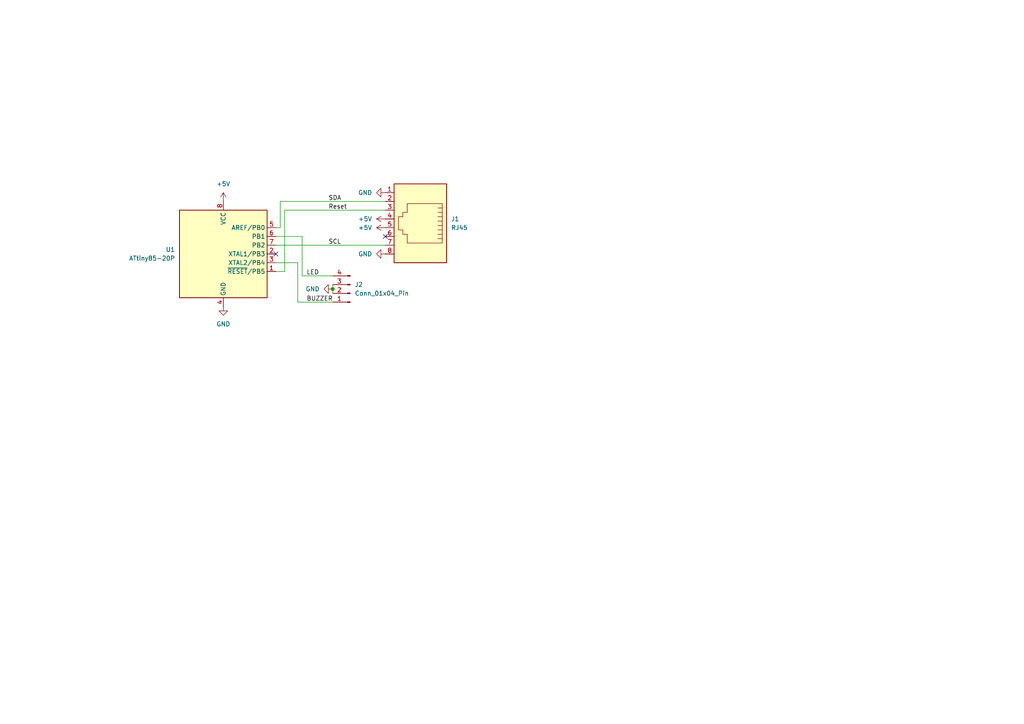
<source format=kicad_sch>
(kicad_sch (version 20231120) (generator "eeschema") (generator_version "8.0")
  (paper "A4")
  (title_block (title "Laser-Parkour Buzzer") (date "2024-08-24") (rev "01") (company "Manuel König HHN HTWG x42.space"))
  (lib_symbols
    (symbol "Connector:Conn_01x04_Pin" (pin_names (offset 1.016) hide)
      (property "Reference" "J" (at 0 5.08 0))
      (property "Value" "Conn_01x04_Pin" (at 0 -7.62 0))
      (symbol "Conn_01x04_Pin_1_1"
        (polyline (pts (xy 1.27 -5.08) (xy 0.8636 -5.08)) (stroke (width 0.1524)))
        (polyline (pts (xy 1.27 -2.54) (xy 0.8636 -2.54)) (stroke (width 0.1524)))
        (polyline (pts (xy 1.27 0) (xy 0.8636 0)) (stroke (width 0.1524)))
        (polyline (pts (xy 1.27 2.54) (xy 0.8636 2.54)) (stroke (width 0.1524)))
        (rectangle (start 0.8636 -4.953) (end 0 -5.207) (stroke (width 0.1524)) (fill (type outline)))
        (rectangle (start 0.8636 -2.413) (end 0 -2.667) (stroke (width 0.1524)) (fill (type outline)))
        (rectangle (start 0.8636 0.127) (end 0 -0.127) (stroke (width 0.1524)) (fill (type outline)))
        (rectangle (start 0.8636 2.667) (end 0 2.413) (stroke (width 0.1524)) (fill (type outline)))
        (pin passive line (at 5.08 2.54 180) (length 3.81) (name "Pin_1") (number "1"))
        (pin passive line (at 5.08 0 180) (length 3.81) (name "Pin_2") (number "2"))
        (pin passive line (at 5.08 -2.54 180) (length 3.81) (name "Pin_3") (number "3"))
        (pin passive line (at 5.08 -5.08 180) (length 3.81) (name "Pin_4") (number "4"))
      )
    )
    (symbol "Connector:RJ45" (pin_names (offset 1.016))
      (property "Reference" "J" (at -5.08 13.97 0))
      (property "Value" "RJ45" (at 2.54 13.97 0))
      (symbol "RJ45_0_1"
        (polyline (pts (xy -5.08 4.445) (xy -6.35 4.445)))
        (polyline (pts (xy -5.08 5.715) (xy -6.35 5.715)))
        (polyline (pts (xy -6.35 -3.175) (xy -5.08 -3.175) (xy -5.08 -3.175)))
        (polyline (pts (xy -6.35 -1.905) (xy -5.08 -1.905) (xy -5.08 -1.905)))
        (polyline (pts (xy -6.35 -0.635) (xy -5.08 -0.635) (xy -5.08 -0.635)))
        (polyline (pts (xy -6.35 0.635) (xy -5.08 0.635) (xy -5.08 0.635)))
        (polyline (pts (xy -6.35 1.905) (xy -5.08 1.905) (xy -5.08 1.905)))
        (polyline (pts (xy -5.08 3.175) (xy -6.35 3.175) (xy -6.35 3.175)))
        (polyline (pts (xy -6.35 -4.445) (xy -6.35 6.985) (xy 3.81 6.985) (xy 3.81 4.445) (xy 5.08 4.445) (xy 5.08 3.175) (xy 6.35 3.175) (xy 6.35 -0.635) (xy 5.08 -0.635) (xy 5.08 -1.905) (xy 3.81 -1.905) (xy 3.81 -4.445) (xy -6.35 -4.445) (xy -6.35 -4.445)))
        (rectangle (start 7.62 12.7) (end -7.62 -10.16) (stroke (width 0.254)) (fill (type background)))
      )
      (symbol "RJ45_1_1"
        (pin passive line (at 10.16 -7.62 180) (length 2.54) (name "~") (number "1"))
        (pin passive line (at 10.16 -5.08 180) (length 2.54) (name "~") (number "2"))
        (pin passive line (at 10.16 -2.54 180) (length 2.54) (name "~") (number "3"))
        (pin passive line (at 10.16 0 180) (length 2.54) (name "~") (number "4"))
        (pin passive line (at 10.16 2.54 180) (length 2.54) (name "~") (number "5"))
        (pin passive line (at 10.16 5.08 180) (length 2.54) (name "~") (number "6"))
        (pin passive line (at 10.16 7.62 180) (length 2.54) (name "~") (number "7"))
        (pin passive line (at 10.16 10.16 180) (length 2.54) (name "~") (number "8"))
      )
    )
    (symbol "MCU_Microchip_ATtiny:ATtiny85-20P"
      (property "Reference" "U" (at -12.7 13.97 0))
      (property "Value" "ATtiny85-20P" (at 2.54 -13.97 0))
      (symbol "ATtiny85-20P_0_1"
        (rectangle (start -12.7 -12.7) (end 12.7 12.7) (stroke (width 0.254)) (fill (type background)))
      )
      (symbol "ATtiny85-20P_1_1"
        (pin bidirectional line (at 15.24 -5.08 180) (length 2.54) (name "~{RESET}/PB5") (number "1"))
        (pin bidirectional line (at 15.24 0 180) (length 2.54) (name "XTAL1/PB3") (number "2"))
        (pin bidirectional line (at 15.24 -2.54 180) (length 2.54) (name "XTAL2/PB4") (number "3"))
        (pin power_in line (at 0 -15.24 90) (length 2.54) (name "GND") (number "4"))
        (pin bidirectional line (at 15.24 7.62 180) (length 2.54) (name "AREF/PB0") (number "5"))
        (pin bidirectional line (at 15.24 5.08 180) (length 2.54) (name "PB1") (number "6"))
        (pin bidirectional line (at 15.24 2.54 180) (length 2.54) (name "PB2") (number "7"))
        (pin power_in line (at 0 15.24 270) (length 2.54) (name "VCC") (number "8"))
      )
    )
    (symbol "power:+5V" (power) (pin_numbers hide) (pin_names (offset 0) hide)
      (property "Value" "+5V" (at 0 3.556 0))
      (symbol "+5V_0_1"
        (polyline (pts (xy -0.762 1.27) (xy 0 2.54)))
        (polyline (pts (xy 0 0) (xy 0 2.54)))
        (polyline (pts (xy 0 2.54) (xy 0.762 1.27)))
      )
      (symbol "+5V_1_1"
        (pin power_in line (at 0 0 90) (length 0) (name "~") (number "1"))
      )
    )
    (symbol "power:GND" (power) (pin_numbers hide) (pin_names (offset 0) hide)
      (property "Value" "GND" (at 0 -3.81 0))
      (symbol "GND_0_1"
        (polyline (pts (xy 0 0) (xy 0 -1.27) (xy 1.27 -1.27) (xy 0 -2.54) (xy -1.27 -1.27) (xy 0 -1.27)))
      )
      (symbol "GND_1_1"
        (pin power_in line (at 0 0 270) (length 0) (name "~") (number "1"))
      )
    )
  )
  (junction (at 96.52 83.82))
  (no_connect (at 80.01 73.66))
  (no_connect (at 111.76 68.58))
  (wire (pts (xy 82.55 60.96) (xy 111.76 60.96)))
  (wire (pts (xy 81.28 58.42) (xy 81.28 66.04)))
  (wire (pts (xy 81.28 58.42) (xy 111.76 58.42)))
  (wire (pts (xy 80.01 68.58) (xy 87.63 68.58)))
  (wire (pts (xy 87.63 80.01) (xy 96.52 80.01)))
  (wire (pts (xy 87.63 68.58) (xy 87.63 80.01)))
  (wire (pts (xy 81.28 66.04) (xy 80.01 66.04)))
  (wire (pts (xy 82.55 60.96) (xy 82.55 78.74)))
  (wire (pts (xy 80.01 76.2) (xy 86.36 76.2)))
  (wire (pts (xy 80.01 78.74) (xy 82.55 78.74)))
  (wire (pts (xy 86.36 76.2) (xy 86.36 87.63)))
  (wire (pts (xy 86.36 87.63) (xy 96.52 87.63)))
  (wire (pts (xy 96.52 82.55) (xy 96.52 83.82)))
  (wire (pts (xy 80.01 71.12) (xy 111.76 71.12)))
  (wire (pts (xy 96.52 83.82) (xy 96.52 85.09)))
  (label "SCL" (at 95.25 71.12 0))
  (label "LED" (at 88.9 80.01 0))
  (label "Reset" (at 95.25 60.96 0))
  (label "BUZZER" (at 88.9 87.63 0))
  (label "SDA" (at 95.25 58.42 0))
  (symbol (lib_id "power:+5V") (at 64.77 58.42 0) (unit 1)
    (property "Reference" "#PWR01" (effects (hide yes)))
    (property "Value" "+5V" (at 64.77 53.34 0))
    (property "Description" "Power symbol creates a global label with name \"+5V\"" (effects (hide yes)))
  )
  (symbol (lib_id "power:GND") (at 111.76 73.66 270) (unit 1)
    (property "Reference" "#PWR04" (effects (hide yes)))
    (property "Value" "GND" (at 107.95 73.6599 90) (effects (justify right)))
    (property "Description" "Power symbol creates a global label with name \"GND\" , ground" (effects (hide yes)))
  )
  (symbol (lib_id "MCU_Microchip_ATtiny:ATtiny85-20P") (at 64.77 73.66 0) (unit 1)
    (property "Reference" "U1" (at 50.8 72.3899 0) (effects (justify right)))
    (property "Value" "ATtiny85-20P" (at 50.8 74.9299 0) (effects (justify right)))
    (property "Footprint" "Package_DIP:DIP-8_W7.62mm" (effects (hide yes)))
    (property "Datasheet" "http://ww1.microchip.com/downloads/en/DeviceDoc/atmel-2586-avr-8-bit-microcontroller-attiny25-attiny45-attiny85_datasheet.pdf" (effects (hide yes)))
    (property "Description" "20MHz, 8kB Flash, 512B SRAM, 512B EEPROM, debugWIRE, DIP-8" (effects (hide yes)))
  )
  (symbol (lib_id "Connector:RJ45") (at 121.92 63.5 180) (unit 1)
    (property "Reference" "J1" (at 130.81 63.4999 0) (effects (justify right)))
    (property "Value" "RJ45" (at 130.81 66.0399 0) (effects (justify right)))
    (property "Footprint" "Library:WR-MJ Modular Jack Horizontal Shielded w. EMI Panel Finger 8P8C Tab Up" (effects (hide yes)))
    (property "Description" "RJ connector, 8P8C (8 positions 8 connected)" (effects (hide yes)))
  )
  (symbol (lib_id "power:GND") (at 111.76 55.88 270) (unit 1)
    (property "Reference" "#PWR03" (effects (hide yes)))
    (property "Value" "GND" (at 107.95 55.8799 90) (effects (justify right)))
    (property "Description" "Power symbol creates a global label with name \"GND\" , ground" (effects (hide yes)))
  )
  (symbol (lib_id "Connector:Conn_01x04_Pin") (at 101.6 85.09 180) (unit 1)
    (property "Reference" "J2" (at 102.87 82.5499 0) (effects (justify right)))
    (property "Value" "Conn_01x04_Pin" (at 102.87 85.0899 0) (effects (justify right)))
    (property "Footprint" "Connector_PinHeader_2.54mm:PinHeader_1x04_P2.54mm_Vertical" (effects (hide yes)))
    (property "Description" "Generic connector, single row, 01x04, script generated" (effects (hide yes)))
  )
  (symbol (lib_id "power:GND") (at 96.52 83.82 270) (unit 1)
    (property "Reference" "#PWR07" (effects (hide yes)))
    (property "Value" "GND" (at 92.71 83.8199 90) (effects (justify right)))
    (property "Description" "Power symbol creates a global label with name \"GND\" , ground" (effects (hide yes)))
  )
  (symbol (lib_id "power:+5V") (at 111.76 66.04 90) (unit 1)
    (property "Reference" "#PWR05" (effects (hide yes)))
    (property "Value" "+5V" (at 107.95 66.0399 90) (effects (justify left)))
    (property "Description" "Power symbol creates a global label with name \"+5V\"" (effects (hide yes)))
  )
  (symbol (lib_id "power:GND") (at 64.77 88.9 0) (unit 1)
    (property "Reference" "#PWR02" (effects (hide yes)))
    (property "Value" "GND" (at 64.77 93.98 0))
    (property "Description" "Power symbol creates a global label with name \"GND\" , ground" (effects (hide yes)))
  )
  (symbol (lib_id "power:+5V") (at 111.76 63.5 90) (unit 1)
    (property "Reference" "#PWR06" (effects (hide yes)))
    (property "Value" "+5V" (at 107.95 63.4999 90) (effects (justify left)))
    (property "Description" "Power symbol creates a global label with name \"+5V\"" (effects (hide yes)))
  )
)
</source>
